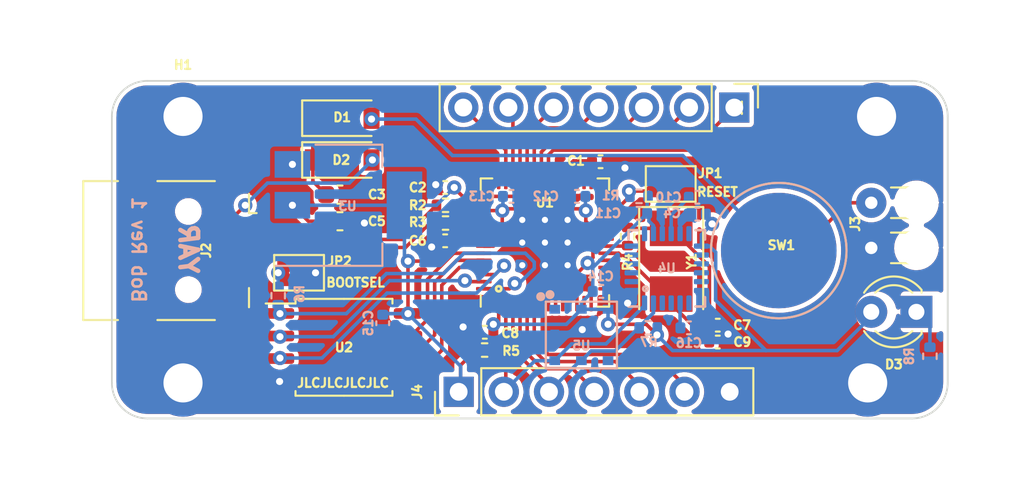
<source format=kicad_pcb>
(kicad_pcb (version 20211014) (generator pcbnew)
  (layers (0 "F.Cu" signal) (31 "B.Cu" signal) (34 "B.Paste" user) (35 "F.Paste" user) (36 "B.SilkS" user "B.Silkscreen") (37 "F.SilkS" user "F.Silkscreen") (38 "B.Mask" user) (39 "F.Mask" user) (44 "Edge.Cuts" user))
  (net 0 "")
  (net 1 "GND")
  (net 2 "XIN")
  (net 3 "+3V3")
  (net 4 "+1V1")
  (net 5 "VBUS")
  (net 6 "+BATT")
  (net 7 "Net-(JP2-Pad2)")
  (net 8 "Net-(U1-Pad46)")
  (net 9 "QSPI_SS")
  (net 10 "XOUT")
  (net 11 "QSPI_SD1")
  (net 12 "QSPI_SD2")
  (net 13 "QSPI_SD0")
  (net 14 "QSPI_SCLK")
  (net 15 "QSPI_SD3")
  (net 16 "I2C_SDA")
  (net 17 "I2C_SCL")
  (net 18 "GPIO2")
  (net 19 "GPIO3")
  (net 31 "SWCLK")
  (net 32 "SWD")
  (net 40 "USB_D+")
  (net 41 "USB_D-")
  (net 42 "Net-(D3-Pad1)")
  (net 43 "GPIO4")
  (net 44 "GPIO23")
  (net 45 "GPIO24")
  (net 46 "GPIO25")
  (net 47 "GPIO26")
  (net 48 "GPIO27")
  (net 49 "GPIO28")
  (net 50 "GPIO29")
  (net 51 "Net-(JP1-Pad2)")
  (net 52 "Net-(D2-Pad1)")
  (net 53 "Net-(C7-Pad2)")
  (net 54 "Net-(C10-Pad1)")
  (net 55 "Net-(C16-Pad1)")
  (net 57 "Net-(J3-Pad2)")
  (net 58 "Net-(R3-Pad1)")
  (footprint "Connector:Screw_Switch_M3" (layer "F.Cu") (at 65.5 36.05)
    (fp_text reference "SW1")
    (fp_text value "Screw Switch")
  )
  (footprint "Connector_PinHeader_2.54mm:PinHeader_1x07_P2.54mm_Vertical" (layer "F.Cu") (at 63 28 -90)
    (fp_text reference "J1")
    (fp_text value "GPIO (Optional)")
  )
  (footprint "MountingHole:MountingHole_2.2mm_M2_DIN965_Pad" (layer "F.Cu") (at 71 28.5)
    (fp_text reference "H2")
    (fp_text value "MountingHole_Pad")
  )
  (footprint "Capacitor_SMD:C_0402_1005Metric" (layer "F.Cu") (at 62.07 41.2 180)
    (fp_text reference "C9")
    (fp_text value "27p")
  )
  (footprint "MountingHole:MountingHole_2.2mm_M2_DIN965_Pad" (layer "F.Cu") (at 70.5 43.5)
    (fp_text reference "H4")
    (fp_text value "MountingHole_Pad")
  )
  (footprint "Capacitor_SMD:C_0603_1608Metric" (layer "F.Cu") (at 40.825 32.9)
    (fp_text reference "C3")
    (fp_text value "10u")
  )
  (footprint "MountingHole:MountingHole_2.2mm_M2_DIN965_Pad" (layer "F.Cu") (at 32 28.5)
    (fp_text reference "H1")
    (fp_text value "MountingHole_Pad")
  )
  (footprint "Connector_Wire:Compact_Relief" (layer "F.Cu") (at 70.700836 35.9 90)
    (fp_text reference "J3")
    (fp_text value "Battery Connector")
  )
  (footprint "Capacitor_SMD:C_0402_1005Metric" (layer "F.Cu") (at 55.48 31.05)
    (fp_text reference "C1")
    (fp_text value "100n")
  )
  (footprint "Diode_SMD:D_SOD-123" (layer "F.Cu") (at 40.95 28.6)
    (fp_text reference "D1")
    (fp_text value "1N4007")
  )
  (footprint "Crystal:Crystal_SMD_5032-2Pin_5.0x3.2mm" (layer "F.Cu") (at 59.450836 36.65 -90)
    (fp_text reference "Y1")
    (fp_text value "12MHz")
  )
  (footprint "LED_THT:LED_D3.0mm" (layer "F.Cu") (at 73.24 39.5 180)
    (fp_text reference "D3")
    (fp_text value "RED")
  )
  (footprint "Capacitor_SMD:C_0402_1005Metric" (layer "F.Cu") (at 46.740836 32.5 180)
    (fp_text reference "C2")
    (fp_text value "1u")
  )
  (footprint "Capacitor_SMD:C_0402_1005Metric" (layer "F.Cu") (at 46.740836 35.5 180)
    (fp_text reference "C6")
    (fp_text value "100n")
  )
  (footprint "MountingHole:MountingHole_2.2mm_M2_DIN965_Pad" (layer "F.Cu") (at 32 43.5)
    (fp_text reference "H3")
    (fp_text value "MountingHole_Pad")
  )
  (footprint "Resistor_SMD:R_0402_1005Metric" (layer "F.Cu") (at 46.760836 34.5 180)
    (fp_text reference "R3")
    (fp_text value "27")
  )
  (footprint "Capacitor_SMD:C_0402_1005Metric" (layer "F.Cu") (at 48.970836 40.65 180)
    (fp_text reference "C8")
    (fp_text value "100n")
  )
  (footprint "Resistor_SMD:R_0402_1005Metric" (layer "F.Cu") (at 57.000836 35.26 -90)
    (fp_text reference "R4")
    (fp_text value "1k")
  )
  (footprint "Resistor_SMD:R_0402_1005Metric" (layer "F.Cu") (at 48.96 41.65 180)
    (fp_text reference "R5")
    (fp_text value "4k7")
  )
  (footprint "Connector_PinHeader_2.54mm:PinHeader_1x07_P2.54mm_Vertical" (layer "F.Cu") (at 47.5 44 90)
    (fp_text reference "J4")
    (fp_text value "GPIO (Optional)")
  )
  (footprint "RP2040_minimal:RP2040-QFN-56" (layer "F.Cu") (at 52.350836 35.6 90)
    (fp_text reference "U1")
    (fp_text value "RP2040")
  )
  (footprint "Capacitor_SMD:C_0402_1005Metric" (layer "F.Cu") (at 62.07 40.25 180)
    (fp_text reference "C7")
    (fp_text value "27p")
  )
  (footprint "Resistor_SMD:R_0402_1005Metric" (layer "F.Cu") (at 46.760836 33.5 180)
    (fp_text reference "R2")
    (fp_text value "27")
  )
  (footprint "Jumper:SolderJumper-2_P1.3mm_Open_TrianglePad1.0x1.5mm" (layer "F.Cu") (at 38.525836 37.3 180)
    (fp_text reference "JP2")
    (fp_text value "BOOTSEL")
  )
  (footprint "Jumper:SolderJumper-2_P1.3mm_Open_TrianglePad1.0x1.5mm" (layer "F.Cu") (at 59.425 32.3 180)
    (fp_text reference "JP1")
    (fp_text value "RESET")
  )
  (footprint "Package_SO:SOIC-8_5.23x5.23mm_P1.27mm" (layer "F.Cu") (at 41.050836 41.495)
    (fp_text reference "U2")
    (fp_text value "W25Q64JVSS")
  )
  (footprint "Diode_SMD:D_SOD-123" (layer "F.Cu") (at 40.95 30.95)
    (fp_text reference "D2")
    (fp_text value "1N4007")
  )
  (footprint "Connector_USB:USB_Mini-B_Lumberg_2486_01_Horizontal" (layer "F.Cu") (at 32.3 36.05 -90)
    (fp_text reference "J2")
    (fp_text value "Mini USB Female")
  )
  (footprint "Capacitor_SMD:C_0603_1608Metric" (layer "F.Cu") (at 40.825 34.4)
    (fp_text reference "C5")
    (fp_text value "10u")
  )
  (footprint "Resistor_SMD:R_0402_1005Metric" (layer "B.Cu") (at 57.64 33 180)
    (fp_text reference "R1")
    (fp_text value "1k")
  )
  (footprint "Capacitor_SMD:C_0402_1005Metric" (layer "B.Cu") (at 60.45 40.4)
    (fp_text reference "C16")
    (fp_text value "1u")
  )
  (footprint "Silicon-Custom:BMP180" (layer "B.Cu") (at 54.400836 40.8022 180)
    (fp_text reference "U5")
    (fp_text value "BMP180" hide)
  )
  (footprint "Capacitor_SMD:C_0402_1005Metric" (layer "B.Cu") (at 43.23 40.14 -90)
    (fp_text reference "C15")
    (fp_text value "100n")
  )
  (footprint "Capacitor_SMD:C_0402_1005Metric" (layer "B.Cu") (at 57.620836 33.95 180)
    (fp_text reference "C11")
    (fp_text value "100n")
  )
  (footprint "Capacitor_SMD:C_0402_1005Metric" (layer "B.Cu") (at 54.15 33 180)
    (fp_text reference "C12")
    (fp_text value "100n")
  )
  (footprint "Capacitor_SMD:C_0402_1005Metric" (layer "B.Cu") (at 60.92 34 180)
    (fp_text reference "C4")
    (fp_text value "100n")
  )
  (footprint "Resistor_SMD:R_0402_1005Metric" (layer "B.Cu") (at 58.16 40.4)
    (fp_text reference "R7")
    (fp_text value "4k7")
  )
  (footprint "Package_TO_SOT_SMD:SOT-223-3_TabPin2" (layer "B.Cu") (at 41.300836 33.5)
    (fp_text reference "U3")
    (fp_text value "NCP1117-3.3_SOT223")
  )
  (footprint "Resistor_SMD:R_0402_1005Metric" (layer "B.Cu") (at 74 42 -90)
    (fp_text reference "R8")
    (fp_text value "1k")
  )
  (footprint "Resistor_SMD:R_0402_1005Metric" (layer "B.Cu") (at 37.350836 38.59 -90)
    (fp_text reference "R6")
    (fp_text value "1k")
  )
  (footprint "Logos:YAR_Logo_Small" (layer "B.Cu") (at 32.3 36.05 90)
    (fp_text reference "YAR")
    (fp_text value "LOGO" hide)
  )
  (footprint "Capacitor_SMD:C_0402_1005Metric" (layer "B.Cu") (at 60.92 33.05)
    (fp_text reference "C10")
    (fp_text value "100n")
  )
  (footprint "Capacitor_SMD:C_0402_1005Metric" (layer "B.Cu") (at 50.47 33)
    (fp_text reference "C13")
    (fp_text value "1u")
  )
  (footprint "Capacitor_SMD:C_0402_1005Metric" (layer "B.Cu") (at 55.52 38.35)
    (fp_text reference "C14")
    (fp_text value "100n")
  )
  (footprint "Sensor_Motion:InvenSense_QFN-24_4x4mm_P0.5mm" (layer "B.Cu") (at 59.200836 37.05)
    (fp_text reference "U4")
    (fp_text value "MPU-6050")
  )
  (gr_circle (center 58 38.2) (end 58.05 38.2) (layer "B.SilkS") (width 0.15) (fill none))
  (gr_circle (center 49.75 38.2) (end 49.8 38.15) (layer "F.SilkS") (width 0.15) (fill none))
  (gr_arc (start 73 26.5) (mid 74.414214 27.085786) (end 75 28.5) (layer "Edge.Cuts") (width 0.1))
  (gr_line (start 73 45.5) (end 30 45.5) (layer "Edge.Cuts") (width 0.1))
  (gr_arc (start 28 28.5) (mid 28.585786 27.085786) (end 30 26.5) (layer "Edge.Cuts") (width 0.1))
  (gr_arc (start 30 45.5) (mid 28.585786 44.914214) (end 28 43.5) (layer "Edge.Cuts") (width 0.1))
  (gr_line (start 28 43.5) (end 28 28.5) (layer "Edge.Cuts") (width 0.1))
  (gr_line (start 30 26.5) (end 73 26.5) (layer "Edge.Cuts") (width 0.1))
  (gr_arc (start 75 43.5) (mid 74.414214 44.914214) (end 73 45.5) (layer "Edge.Cuts") (width 0.1))
  (gr_line (start 75 28.5) (end 75 43.5) (layer "Edge.Cuts") (width 0.1))
  (gr_text "Bob Rev 1" (at 29.5 36 270) (layer "B.SilkS") (effects (font (size 0.75 0.75)) (justify mirror)))
  (gr_text "JLCJLCJLCJLC" (at 41 43.5) (layer "F.SilkS") (effects (font (size 0.5 0.5) (thickness 0.125))))
  (gr_text "RESET" (at 62.05 32.75) (layer "F.SilkS") (effects (font (size 0.5 0.5) (thickness 0.125))))
  (gr_text "BOOTSEL" (at 41.7 37.85) (layer "F.SilkS") (effects (font (size 0.5 0.5) (thickness 0.125))))
  (segment (start 56.331326 36.6) (end 57 37.268674) (width 0.2) (layer "F.Cu") (net 1))
  (segment (start 57.79048 39.80048) (end 59.051316 39.80048) (width 0.2) (layer "F.Cu") (net 1))
  (segment (start 57 37.268674) (end 57 39.01) (width 0.2) (layer "F.Cu") (net 1))
  (segment (start 55.788336 36.6) (end 56.331326 36.6) (width 0.2) (layer "F.Cu") (net 1))
  (segment (start 57 39.01) (end 57.79048 39.80048) (width 0.2) (layer "F.Cu") (net 1))
  (via (at 47.75 40.35) (size 0.8) (drill 0.4) (layers "F.Cu" "B.Cu") (net 1))
  (via (at 62.65 40.75) (size 0.8) (drill 0.4) (layers "F.Cu" "B.Cu") (net 1))
  (via (at 42.2 34.5) (size 0.8) (drill 0.4) (layers "F.Cu" "B.Cu") (net 1))
  (via (at 39.450836 37.3) (size 0.8) (drill 0.4) (layers "F.Cu" "B.Cu") (net 1))
  (via (at 54.45 40.5) (size 0.8) (drill 0.4) (layers "F.Cu" "B.Cu") (net 1))
  (via (at 45.98 35.85) (size 0.8) (drill 0.4) (layers "F.Cu" "B.Cu") (net 1))
  (via (at 56.85 31.4) (size 0.8) (drill 0.4) (layers "F.Cu" "B.Cu") (net 1))
  (via (at 37.43 43.42) (size 0.8) (drill 0.4) (layers "F.Cu" "B.Cu") (net 1))
  (via (at 57 39.01) (size 0.8) (drill 0.4) (layers "F.Cu" "B.Cu") (net 1))
  (via (at 46.21 32.34) (size 0.8) (drill 0.4) (layers "F.Cu" "B.Cu") (net 1))
  (segment (start 60.44 34) (end 60.45 34) (width 0.2) (layer "B.Cu") (net 1))
  (segment (start 60.44 34.156185) (end 59.950836 34.645349) (width 0.2) (layer "B.Cu") (net 1))
  (segment (start 61.150836 40.265426) (end 61.150836 38.3) (width 0.2) (layer "B.Cu") (net 1))
  (segment (start 57.250836 38.3) (end 57.250836 38.759164) (width 0.2) (layer "B.Cu") (net 1))
  (segment (start 60.45 34) (end 61.4 33.05) (width 0.2) (layer "B.Cu") (net 1))
  (segment (start 59.950836 34.645349) (end 59.950836 35.1) (width 0.2) (layer "B.Cu") (net 1))
  (segment (start 57.250836 38.759164) (end 57 39.01) (width 0.2) (layer "B.Cu") (net 1))
  (segment (start 55.788336 36.2) (end 56.496332 36.2) (width 0.2) (layer "F.Cu") (net 2))
  (segment (start 56.635852 36.33952) (end 56.83952 36.33952) (width 0.2) (layer "F.Cu") (net 2))
  (segment (start 61.59 41.2) (end 59.450836 39.060836) (width 0.2) (layer "F.Cu") (net 2))
  (segment (start 59 38.5) (end 59.450836 38.5) (width 0.2) (layer "F.Cu") (net 2))
  (segment (start 56.83952 36.33952) (end 59 38.5) (width 0.2) (layer "F.Cu") (net 2))
  (segment (start 59.450836 39.060836) (end 59.450836 38.5) (width 0.2) (layer "F.Cu") (net 2))
  (segment (start 56.496332 36.2) (end 56.635852 36.33952) (width 0.2) (layer "F.Cu") (net 2))
  (segment (start 39.050836 34.4) (end 38.150836 33.5) (width 0.2) (layer "F.Cu") (net 3))
  (segment (start 53.351316 32.693815) (end 53.351316 32.05) (width 0.2) (layer "F.Cu") (net 3))
  (segment (start 53.045131 33) (end 53.351316 32.693815) (width 0.2) (layer "F.Cu") (net 3))
  (segment (start 53.351316 32.05) (end 53.350836 32.05048) (width 0.2) (layer "F.Cu") (net 3))
  (segment (start 46.20963 36.645352) (end 47.054021 35.800961) (width 0.2) (layer "F.Cu") (net 3))
  (segment (start 53.350836 38.149164) (end 54.75 36.75) (width 0.2) (layer "F.Cu") (net 3))
  (segment (start 44.650836 36.646188) (end 44.650836 39.59) (width 0.2) (layer "F.Cu") (net 3))
  (segment (start 44.65 36.645352) (end 44.650836 36.646188) (width 0.2) (layer "F.Cu") (net 3))
  (segment (start 47.054021 35.800961) (end 47.220836 35.800961) (width 0.2) (layer "F.Cu") (net 3))
  (segment (start 47.610836 42.5) (end 47.610836 43.9) (width 0.2) (layer "F.Cu") (net 3))
  (segment (start 58.050836 40.2) (end 55.900836 40.2) (width 0.2) (layer "F.Cu") (net 3))
  (segment (start 48.913336 33) (end 47.720836 33) (width 0.2) (layer "F.Cu") (net 3))
  (segment (start 47.220836 35.800961) (end 47.220836 35.5) (width 0.2) (layer "F.Cu") (net 3))
  (segment (start 53.350836 31.599164) (end 53.95 31) (width 0.2) (layer "F.Cu") (net 3))
  (segment (start 48.913336 33) (end 53.045131 33) (width 0.2) (layer "F.Cu") (net 3))
  (segment (start 55.256541 35.4) (end 55.788336 35.4) (width 0.2) (layer "F.Cu") (net 3))
  (segment (start 48.913336 33.4) (end 48.913336 33) (width 0.2) (layer "F.Cu") (net 3))
  (segment (start 53.350836 32.1625) (end 53.350836 31.599164) (width 0.2) (layer "F.Cu") (net 3))
  (segment (start 49.450836 40.66) (end 47.610836 42.5) (width 0.2) (layer "F.Cu") (net 3))
  (segment (start 49.750836 32.1625) (end 49.332086 32.58125) (width 0.2) (layer "F.Cu") (net 3))
  (segment (start 53.95 31) (end 55 31) (width 0.2) (layer "F.Cu") (net 3))
  (segment (start 48.913336 35.4) (end 48.913336 35) (width 0.2) (layer "F.Cu") (net 3))
  (segment (start 49.332086 32.58125) (end 48.913336 33) (width 0.2) (layer "F.Cu") (net 3))
  (segment (start 53.350836 32.05048) (end 53.350836 32.1625) (width 0.2) (layer "F.Cu") (net 3))
  (segment (start 58.650836 40.8) (end 58.050836 40.2) (width 0.2) (layer "F.Cu") (net 3))
  (segment (start 48.913336 35.4) (end 47.520836 35.4) (width 0.2) (layer "F.Cu") (net 3))
  (segment (start 49.450836 40.2) (end 49.450836 40.66) (width 0.2) (layer "F.Cu") (net 3))
  (segment (start 54.75 36.75) (end 54.75 36.740067) (width 0.2) (layer "F.Cu") (net 3))
  (segment (start 40.05 34.4) (end 39.050836 34.4) (width 0.2) (layer "F.Cu") (net 3))
  (segment (start 55.051316 35.605225) (end 55.256541 35.4) (width 0.2) (layer "F.Cu") (net 3))
  (segment (start 54.75 36.740067) (end 55.051316 36.438751) (width 0.2) (layer "F.Cu") (net 3))
  (segment (start 55.051316 36.438751) (end 55.051316 35.605225) (width 0.2) (layer "F.Cu") (net 3))
  (segment (start 44.65 36.645352) (end 46.20963 36.645352) (width 0.2) (layer "F.Cu") (net 3))
  (segment (start 49.750836 39.0375) (end 49.750836 40.2) (width 0.2) (layer "F.Cu") (net 3))
  (segment (start 47.720836 33) (end 47.220836 32.5) (width 0.2) (layer "F.Cu") (net 3))
  (segment (start 53.350836 39.0375) (end 53.350836 38.149164) (width 0.2) (layer "F.Cu") (net 3))
  (via (at 54.75 36.75) (size 0.8) (drill 0.4) (layers "F.Cu" "B.Cu") (net 3))
  (via (at 58.650836 40.8) (size 0.8) (drill 0.4) (layers "F.Cu" "B.Cu") (net 3))
  (via (at 61.75 34.55) (size 0.8) (drill 0.4) (layers "F.Cu" "B.Cu") (net 3))
  (via (at 44.65 36.645352) (size 0.8) (drill 0.4) (layers "F.Cu" "B.Cu") (net 3))
  (via (at 44.650836 39.6) (size 0.8) (drill 0.4) (layers "F.Cu" "B.Cu") (net 3))
  (via (at 38.150836 33.5) (size 0.8) (drill 0.4) (layers "F.Cu" "B.Cu") (net 3))
  (via (at 49.450836 40.2) (size 0.8) (drill 0.4) (layers "F.Cu" "B.Cu") (net 3))
  (via (at 55.900836 40.2) (size 0.8) (drill 0.4) (layers "F.Cu" "B.Cu") (net 3))
  (via (at 47.250836 32.5) (size 0.8) (drill 0.4) (layers "F.Cu" "B.Cu") (net 3))
  (segment (start 58.450836 34.645349) (end 58.450836 35.1) (width 0.2) (layer "B.Cu") (net 3))
  (segment (start 47.610836 43.9) (end 47.610836 42.56) (width 0.2) (layer "B.Cu") (net 3))
  (segment (start 61.605487 35.8) (end 61.150836 35.8) (width 0.2) (layer "B.Cu") (net 3))
  (segment (start 61.4 34) (end 61.4 34.2) (width 0.2) (layer "B.Cu") (net 3))
  (segment (start 61.950489 36.145002) (end 61.605487 35.8) (width 0.2) (layer "B.Cu") (net 3))
  (segment (start 58.100836 33.049164) (end 58.15 33) (width 0.2) (layer "B.Cu") (net 3))
  (segment (start 55.899436 40.1986) (end 55.900836 40.2) (width 0.2) (layer "B.Cu") (net 3))
  (segment (start 54.400836 39.3544) (end 55.899436 39.3544) (width 0.2) (layer "B.Cu") (net 3))
  (segment (start 61.950489 36.145002) (end 61.950489 38.749511) (width 0.2) (layer "B.Cu") (net 3))
  (segment (start 61.950489 38.749511) (end 61.950489 38.850489) (width 0.2) (layer "B.Cu") (net 3))
  (segment (start 55.04 37.010836) (end 55.010836 37.010836) (width 0.2) (layer "B.Cu") (net 3))
  (segment (start 53.555236 40.2) (end 54.400836 39.3544) (width 0.2) (layer "B.Cu") (net 3))
  (segment (start 49.450836 40.2) (end 53.555236 40.2) (width 0.2) (layer "B.Cu") (net 3))
  (segment (start 55.010836 37.010836) (end 54.75 36.75) (width 0.2) (layer "B.Cu") (net 3))
  (segment (start 54.400836 38.989164) (end 55.04 38.35) (width 0.2) (layer "B.Cu") (net 3))
  (segment (start 58.200836 34.05) (end 58.200836 34.395349) (width 0.2) (layer "B.Cu") (net 3))
  (segment (start 44.65 36.645352) (end 44.450836 36.446188) (width 0.2) (layer "B.Cu") (net 3))
  (segment (start 38.150836 33.5) (end 44.450836 33.5) (width 0.2) (layer "B.Cu") (net 3))
  (segment (start 64.77952 41.67952) (end 61.82048 41.67952) (width 0.2) (layer "B.Cu") (net 3))
  (segment (start 55.04 38.35) (end 55.04 37.010836) (width 0.2) (layer "B.Cu") (net 3))
  (segment (start 55.04 37.010836) (end 58.100836 33.95) (width 0.2) (layer "B.Cu") (net 3))
  (segment (start 46.250836 33.5) (end 47.250836 32.5) (width 0.2) (layer "B.Cu") (net 3))
  (segment (start 61.150836 35.149164) (end 61.75 34.55) (width 0.2) (layer "B.Cu") (net 3))
  (segment (start 58.100836 33.95) (end 58.100836 33.049164) (width 0.2) (layer "B.Cu") (net 3))
  (segment (start 61.950489 38.850489) (end 64.77952 41.67952) (width 0.2) (layer "B.Cu") (net 3))
  (segment (start 58.200836 34.395349) (end 58.450836 34.645349) (width 0.2) (layer "B.Cu") (net 3))
  (segment (start 47.610836 42.56) (end 44.650836 39.6) (width 0.2) (layer "B.Cu") (net 3))
  (segment (start 55.899436 39.3544) (end 55.899436 40.1986) (width 0.2) (layer "B.Cu") (net 3))
  (segment (start 68.78048 41.67952) (end 64.77952 41.67952) (width 0.2) (layer "B.Cu") (net 3))
  (segment (start 59.530356 41.67952) (end 58.650836 40.8) (width 0.2) (layer "B.Cu") (net 3))
  (segment (start 44.450836 36.446188) (end 44.450836 33.5) (width 0.2) (layer "B.Cu") (net 3))
  (segment (start 54.400836 39.3544) (end 54.400836 38.989164) (width 0.2) (layer "B.Cu") (net 3))
  (segment (start 61.150836 35.8) (end 61.150836 35.149164) (width 0.2) (layer "B.Cu") (net 3))
  (segment (start 70.96 39.5) (end 68.78048 41.67952) (width 0.2) (layer "B.Cu") (net 3))
  (segment (start 44.650836 39.6) (end 43.250836 39.6) (width 0.2) (layer "B.Cu") (net 3))
  (segment (start 44.450836 33.5) (end 46.250836 33.5) (width 0.2) (layer "B.Cu") (net 3))
  (segment (start 61.82048 41.67952) (end 59.530356 41.67952) (width 0.2) (layer "B.Cu") (net 3))
  (segment (start 61.4 34.2) (end 61.75 34.55) (width 0.2) (layer "B.Cu") (net 3))
  (segment (start 54.551316 33.70048) (end 50.050356 33.70048) (width 0.2) (layer "F.Cu") (net 4))
  (segment (start 49.950836 33.8) (end 49.950836 35.3) (width 0.2) (layer "F.Cu") (net 4))
  (segment (start 55.250836 35) (end 55.788336 35) (width 0.2) (layer "F.Cu") (net 4))
  (segment (start 48.913336 33.8) (end 49.950836 33.8) (width 0.2) (layer "F.Cu") (net 4))
  (segment (start 49.450836 35.8) (end 48.913336 35.8) (width 0.2) (layer "F.Cu") (net 4))
  (segment (start 54.650836 33.8) (end 54.551316 33.70048) (width 0.2) (layer "F.Cu") (net 4))
  (segment (start 54.650836 33.8) (end 54.650836 34.4) (width 0.2) (layer "F.Cu") (net 4))
  (segment (start 49.950836 35.3) (end 49.450836 35.8) (width 0.2) (layer "F.Cu") (net 4))
  (segment (start 50.050356 33.70048) (end 49.950836 33.8) (width 0.2) (layer "F.Cu") (net 4))
  (segment (start 54.650836 34.4) (end 55.250836 35) (width 0.2) (layer "F.Cu") (net 4))
  (via (at 49.950836 33.8) (size 0.8) (drill 0.4) (layers "F.Cu" "B.Cu") (net 4))
  (via (at 54.650836 33.8) (size 0.8) (drill 0.4) (layers "F.Cu" "B.Cu") (net 4))
  (segment (start 54.63 33.779164) (end 54.650836 33.8) (width 0.2) (layer "B.Cu") (net 4))
  (segment (start 49.99 33.760836) (end 49.950836 33.8) (width 0.2) (layer "B.Cu") (net 4))
  (segment (start 54.63 33) (end 54.63 33.779164) (width 0.2) (layer "B.Cu") (net 4))
  (segment (start 49.99 33) (end 49.99 33.760836) (width 0.2) (layer "B.Cu") (net 4))
  (segment (start 35 34.45) (end 35 34) (width 0.2) (layer "F.Cu") (net 5))
  (segment (start 35 34) (end 35.5 33.5) (width 0.2) (layer "F.Cu") (net 5))
  (via (at 42.65 30.95) (size 0.8) (drill 0.4) (layers "F.Cu" "B.Cu") (net 5))
  (via (at 35.5 33.5) (size 0.8) (drill 0.4) (layers "F.Cu" "B.Cu") (net 5))
  (segment (start 41.350489 32.249511) (end 42.65 30.95) (width 0.2) (layer "B.Cu") (net 5))
  (segment (start 35.5 33.5) (end 36.750489 32.249511) (width 0.2) (layer "B.Cu") (net 5))
  (segment (start 36.750489 32.249511) (end 41.350489 32.249511) (width 0.2) (layer "B.Cu") (net 5))
  (via (at 42.6 28.65) (size 0.8) (drill 0.4) (layers "F.Cu" "B.Cu") (net 6))
  (segment (start 60.100836 30.7) (end 47.15 30.7) (width 0.2) (layer "B.Cu") (net 6))
  (segment (start 47.15 30.7) (end 45.1 28.65) (width 0.2) (layer "B.Cu") (net 6))
  (segment (start 45.1 28.65) (end 42.6 28.65) (width 0.2) (layer "B.Cu") (net 6))
  (segment (start 64.31625 34.915414) (end 60.100836 30.7) (width 0.2) (layer "B.Cu") (net 6))
  (segment (start 64.31625 35.465414) (end 64.31625 34.915414) (width 0.2) (layer "B.Cu") (net 6))
  (via (at 37.350836 37.3) (size 0.8) (drill 0.4) (layers "F.Cu" "B.Cu") (net 7))
  (segment (start 37.350836 37.3) (end 37.350836 38.08) (width 0.2) (layer "B.Cu") (net 7))
  (segment (start 47.970836 34.2) (end 47.270836 33.5) (width 0.2) (layer "F.Cu") (net 8))
  (segment (start 48.913336 34.2) (end 47.970836 34.2) (width 0.2) (layer "F.Cu") (net 8))
  (segment (start 50.650836 37.9) (end 50.350836 38.2) (width 0.2) (layer "F.Cu") (net 9))
  (segment (start 50.350836 38.2) (end 48.913336 38.2) (width 0.2) (layer "F.Cu") (net 9))
  (via (at 50.650836 37.9) (size 0.8) (drill 0.4) (layers "F.Cu" "B.Cu") (net 9))
  (via (at 37.450836 39.6) (size 0.8) (drill 0.4) (layers "F.Cu" "B.Cu") (net 9))
  (segment (start 50.898674 37.9) (end 50.650836 37.9) (width 0.2) (layer "B.Cu") (net 9))
  (segment (start 41.18583 39.6) (end 43.440978 37.344852) (width 0.2) (layer "B.Cu") (net 9))
  (segment (start 37.450836 39.6) (end 37.450836 39.2) (width 0.2) (layer "B.Cu") (net 9))
  (segment (start 37.450836 39.2) (end 37.350836 39.1) (width 0.2) (layer "B.Cu") (net 9))
  (segment (start 51.249163 36.200489) (end 51.750836 36.702162) (width 0.2) (layer "B.Cu") (net 9))
  (segment (start 47.795199 36.200489) (end 51.249163 36.200489) (width 0.2) (layer "B.Cu") (net 9))
  (segment (start 51.750836 36.702162) (end 51.750836 37.047838) (width 0.2) (layer "B.Cu") (net 9))
  (segment (start 37.450836 39.6) (end 41.18583 39.6) (width 0.2) (layer "B.Cu") (net 9))
  (segment (start 43.440978 37.344852) (end 46.650836 37.344852) (width 0.2) (layer "B.Cu") (net 9))
  (segment (start 46.650836 37.344852) (end 47.795199 36.200489) (width 0.2) (layer "B.Cu") (net 9))
  (segment (start 51.750836 37.047838) (end 50.898674 37.9) (width 0.2) (layer "B.Cu") (net 9))
  (segment (start 55.788336 35.8) (end 57.000836 35.8) (width 0.2) (layer "F.Cu") (net 10))
  (segment (start 47.905617 37.8) (end 48.913336 37.8) (width 0.2) (layer "F.Cu") (net 11))
  (segment (start 47.85 37.744383) (end 47.905617 37.8) (width 0.2) (layer "F.Cu") (net 11))
  (via (at 37.450836 40.9) (size 0.8) (drill 0.4) (layers "F.Cu" "B.Cu") (net 11))
  (via (at 47.85 37.744383) (size 0.8) (drill 0.4) (layers "F.Cu" "B.Cu") (net 11))
  (segment (start 43.606464 37.744372) (end 40.450836 40.9) (width 0.2) (layer "B.Cu") (net 11))
  (segment (start 47.849989 37.744372) (end 43.606464 37.744372) (width 0.2) (layer "B.Cu") (net 11))
  (segment (start 47.85 37.744383) (end 47.849989 37.744372) (width 0.2) (layer "B.Cu") (net 11))
  (segment (start 40.450836 40.9) (end 37.450836 40.9) (width 0.2) (layer "B.Cu") (net 11))
  (segment (start 49.550836 37.4) (end 50.050836 36.9) (width 0.2) (layer "F.Cu") (net 12))
  (segment (start 48.913336 37.4) (end 49.550836 37.4) (width 0.2) (layer "F.Cu") (net 12))
  (via (at 37.450836 42.1) (size 0.8) (drill 0.4) (layers "F.Cu" "B.Cu") (net 12))
  (via (at 50.050836 36.9) (size 0.8) (drill 0.4) (layers "F.Cu" "B.Cu") (net 12))
  (segment (start 48.506953 38.443883) (end 43.471959 38.443883) (width 0.2) (layer "B.Cu") (net 12))
  (segment (start 50.050836 36.9) (end 48.506953 38.443883) (width 0.2) (layer "B.Cu") (net 12))
  (segment (start 39.815842 42.1) (end 37.450836 42.1) (width 0.2) (layer "B.Cu") (net 12))
  (segment (start 43.471959 38.443883) (end 39.815842 42.1) (width 0.2) (layer "B.Cu") (net 12))
  (segment (start 46.549876 41.666677) (end 46.549876 38.000124) (width 0.2) (layer "F.Cu") (net 13))
  (segment (start 44.816553 43.4) (end 46.549876 41.666677) (width 0.2) (layer "F.Cu") (net 13))
  (segment (start 44.650836 43.4) (end 44.816553 43.4) (width 0.2) (layer "F.Cu") (net 13))
  (segment (start 46.549876 38.000124) (end 47.55 37) (width 0.2) (layer "F.Cu") (net 13))
  (segment (start 47.55 37) (end 48.913336 37) (width 0.2) (layer "F.Cu") (net 13))
  (segment (start 47.384994 36.6) (end 48.913336 36.6) (width 0.2) (layer "F.Cu") (net 14))
  (segment (start 46.150357 37.834637) (end 47.384994 36.6) (width 0.2) (layer "F.Cu") (net 14))
  (segment (start 44.650836 42.13) (end 44.816553 42.13) (width 0.2) (layer "F.Cu") (net 14))
  (segment (start 46.150356 40.796197) (end 46.150357 37.834637) (width 0.2) (layer "F.Cu") (net 14))
  (segment (start 44.816553 42.13) (end 46.150356 40.796197) (width 0.2) (layer "F.Cu") (net 14))
  (segment (start 45.750836 37.669152) (end 45.750836 39.925717) (width 0.2) (layer "F.Cu") (net 15))
  (segment (start 48.913336 36.2) (end 48.912855 36.200481) (width 0.2) (layer "F.Cu") (net 15))
  (segment (start 48.912855 36.200481) (end 47.219508 36.20048) (width 0.2) (layer "F.Cu") (net 15))
  (segment (start 44.816553 40.86) (end 44.650836 40.86) (width 0.2) (layer "F.Cu") (net 15))
  (segment (start 47.219508 36.20048) (end 45.750836 37.669152) (width 0.2) (layer "F.Cu") (net 15))
  (segment (start 45.750836 39.925717) (end 44.816553 40.86) (width 0.2) (layer "F.Cu") (net 15))
  (segment (start 50.150836 43.889164) (end 50.04 44) (width 0.2) (layer "F.Cu") (net 16))
  (segment (start 50.150836 39.0375) (end 50.150836 43.889164) (width 0.2) (layer "F.Cu") (net 16))
  (segment (start 57.950836 39) (end 57.950836 39.139259) (width 0.2) (layer "B.Cu") (net 16))
  (segment (start 52.902236 42.25) (end 51.79 42.25) (width 0.2) (layer "B.Cu") (net 16))
  (segment (start 57.950836 39.139259) (end 55.788046 41.302049) (width 0.2) (layer "B.Cu") (net 16))
  (segment (start 51.79 42.25) (end 50.04 44) (width 0.2) (layer "B.Cu") (net 16))
  (segment (start 53.850187 41.302049) (end 52.902236 42.25) (width 0.2) (layer "B.Cu") (net 16))
  (segment (start 55.788046 41.302049) (end 53.850187 41.302049) (width 0.2) (layer "B.Cu") (net 16))
  (segment (start 50.550836 40.2) (end 50.550836 41.605006) (width 0.2) (layer "F.Cu") (net 17))
  (segment (start 50.550836 39.0375) (end 50.550836 40.2) (width 0.2) (layer "F.Cu") (net 17))
  (segment (start 52.58 43.63417) (end 52.58 44) (width 0.2) (layer "F.Cu") (net 17))
  (segment (start 50.550836 41.605006) (end 52.58 43.63417) (width 0.2) (layer "F.Cu") (net 17))
  (segment (start 54.33 42.25) (end 52.58 44) (width 0.2) (layer "B.Cu") (net 17))
  (segment (start 54.400836 42.25) (end 54.33 42.25) (width 0.2) (layer "B.Cu") (net 17))
  (segment (start 58.450836 39.555611) (end 56.304878 41.701569) (width 0.2) (layer "B.Cu") (net 17))
  (segment (start 54.949267 41.701569) (end 54.400836 42.25) (width 0.2) (layer "B.Cu") (net 17))
  (segment (start 58.450836 39) (end 58.450836 39.555611) (width 0.2) (layer "B.Cu") (net 17))
  (segment (start 56.304878 41.701569) (end 54.949267 41.701569) (width 0.2) (layer "B.Cu") (net 17))
  (segment (start 50.950836 39.0375) (end 50.950836 40.194994) (width 0.2) (layer "F.Cu") (net 18))
  (segment (start 52.210356 42.69952) (end 50.950356 41.43952) (width 0.2) (layer "F.Cu") (net 18))
  (segment (start 53.90535 42.69952) (end 52.210356 42.69952) (width 0.2) (layer "F.Cu") (net 18))
  (segment (start 50.950356 41.43952) (end 50.950356 40.15) (width 0.2) (layer "F.Cu") (net 18))
  (segment (start 55.057853 43.852023) (end 53.90535 42.69952) (width 0.2) (layer "F.Cu") (net 18))
  (segment (start 51.349876 41) (end 51.349876 41.274034) (width 0.2) (layer "F.Cu") (net 19))
  (segment (start 51.349876 41.274034) (end 52.375842 42.3) (width 0.2) (layer "F.Cu") (net 19))
  (segment (start 56.32583 42.3) (end 57.877853 43.852023) (width 0.2) (layer "F.Cu") (net 19))
  (segment (start 52.375842 42.3) (end 56.32583 42.3) (width 0.2) (layer "F.Cu") (net 19))
  (segment (start 51.350836 39.0375) (end 51.350836 40.99904) (width 0.2) (layer "F.Cu") (net 19))
  (segment (start 51.350836 40.99904) (end 51.349876 41) (width 0.2) (layer "F.Cu") (net 19))
  (segment (start 36.675001 35.875) (end 44.512233 35.875) (width 0.2) (layer "F.Cu") (net 40))
  (segment (start 44.512233 35.875) (end 45.887233 34.5) (width 0.2) (layer "F.Cu") (net 40))
  (segment (start 45.887233 34.5) (end 46.250836 34.5) (width 0.2) (layer "F.Cu") (net 40))
  (segment (start 36.500001 36.05) (end 36.675001 35.875) (width 0.2) (layer "F.Cu") (net 40))
  (segment (start 35 36.05) (end 36.500001 36.05) (width 0.2) (layer "F.Cu") (net 40))
  (segment (start 36.675001 35.425) (end 44.325836 35.425) (width 0.2) (layer "F.Cu") (net 41))
  (segment (start 36.500001 35.25) (end 36.675001 35.425) (width 0.2) (layer "F.Cu") (net 41))
  (segment (start 35 35.25) (end 36.500001 35.25) (width 0.2) (layer "F.Cu") (net 41))
  (segment (start 44.325836 35.425) (end 46.250836 33.5) (width 0.2) (layer "F.Cu") (net 41))
  (segment (start 74 40.05) (end 74 41.49) (width 0.2) (layer "B.Cu") (net 42))
  (segment (start 51.750356 41.109508) (end 51.750356 39.865462) (width 0.2) (layer "F.Cu") (net 43))
  (segment (start 60.417853 43.852023) (end 58.46631 41.90048) (width 0.2) (layer "F.Cu") (net 43))
  (segment (start 51.750836 39.864982) (end 51.750836 39.0375) (width 0.2) (layer "F.Cu") (net 43))
  (segment (start 52.541328 41.90048) (end 51.750356 41.109508) (width 0.2) (layer "F.Cu") (net 43))
  (segment (start 51.750356 39.865462) (end 51.750836 39.864982) (width 0.2) (layer "F.Cu") (net 43))
  (segment (start 58.46631 41.90048) (end 52.541328 41.90048) (width 0.2) (layer "F.Cu") (net 43))
  (segment (start 52.550836 32.1625) (end 52.550836 30.66417) (width 0.2) (layer "F.Cu") (net 44))
  (segment (start 60.600961 30.399039) (end 63 28) (width 0.2) (layer "F.Cu") (net 44))
  (segment (start 52.815967 30.399039) (end 60.600961 30.399039) (width 0.2) (layer "F.Cu") (net 44))
  (segment (start 52.550836 30.66417) (end 52.815967 30.399039) (width 0.2) (layer "F.Cu") (net 44))
  (segment (start 52.150836 32.1625) (end 52.150836 30.499164) (width 0.2) (layer "F.Cu") (net 45))
  (segment (start 52.661294 29.988706) (end 52.75 29.988706) (width 0.2) (layer "F.Cu") (net 45))
  (segment (start 52.760813 29.999519) (end 58.460481 29.999519) (width 0.2) (layer "F.Cu") (net 45))
  (segment (start 52.75 29.988706) (end 52.760813 29.999519) (width 0.2) (layer "F.Cu") (net 45))
  (segment (start 58.460481 29.999519) (end 60.46 28) (width 0.2) (layer "F.Cu") (net 45))
  (segment (start 52.150836 30.499164) (end 52.661294 29.988706) (width 0.2) (layer "F.Cu") (net 45))
  (segment (start 51.750356 32.16202) (end 51.750356 30.328017) (width 0.2) (layer "F.Cu") (net 46))
  (segment (start 56.2 29.6) (end 56.32 29.6) (width 0.2) (layer "F.Cu") (net 46))
  (segment (start 56.189186 29.589186) (end 56.2 29.6) (width 0.2) (layer "F.Cu") (net 46))
  (segment (start 56.32 29.6) (end 57.92 28) (width 0.2) (layer "F.Cu") (net 46))
  (segment (start 51.750836 32.1625) (end 51.750356 32.16202) (width 0.2) (layer "F.Cu") (net 46))
  (segment (start 52.489187 29.589186) (end 56.189186 29.589186) (width 0.2) (layer "F.Cu") (net 46))
  (segment (start 51.750356 30.328017) (end 52.489187 29.589186) (width 0.2) (layer "F.Cu") (net 46))
  (segment (start 51.350836 30.162531) (end 52.363367 29.15) (width 0.2) (layer "F.Cu") (net 47))
  (segment (start 54.23 29.15) (end 55.38 28) (width 0.2) (layer "F.Cu") (net 47))
  (segment (start 52.363367 29.15) (end 54.23 29.15) (width 0.2) (layer "F.Cu") (net 47))
  (segment (start 51.350836 32.1625) (end 51.350836 30.162531) (width 0.2) (layer "F.Cu") (net 47))
  (segment (start 50.950836 32.1625) (end 50.950836 29.889164) (width 0.2) (layer "F.Cu") (net 48))
  (segment (start 50.950836 29.889164) (end 52.84 28) (width 0.2) (layer "F.Cu") (net 48))
  (segment (start 50.550836 28.250836) (end 50.3 28) (width 0.2) (layer "F.Cu") (net 49))
  (segment (start 50.550836 32.1625) (end 50.550836 28.250836) (width 0.2) (layer "F.Cu") (net 49))
  (segment (start 50.150836 32.1625) (end 50.150836 30.390836) (width 0.2) (layer "F.Cu") (net 50))
  (segment (start 50.150836 30.390836) (end 47.76 28) (width 0.2) (layer "F.Cu") (net 50))
  (segment (start 57.08 32.7) (end 58 32.7) (width 0.2) (layer "F.Cu") (net 51))
  (segment (start 56.319651 33.80048) (end 55.650836 33.80048) (width 0.2) (layer "F.Cu") (net 51))
  (segment (start 58 32.7) (end 58.45 32.25) (width 0.2) (layer "F.Cu") (net 51))
  (segment (start 56.319651 33.80048) (end 57.08 33.040131) (width 0.2) (layer "F.Cu") (net 51))
  (segment (start 57.08 33.040131) (end 57.08 32.7) (width 0.2) (layer "F.Cu") (net 51))
  (via (at 57.08 32.7) (size 0.8) (drill 0.4) (layers "F.Cu" "B.Cu") (net 51))
  (segment (start 39.3 30.95) (end 39.3 28.6) (width 0.2) (layer "F.Cu") (net 52))
  (segment (start 39.05 31.2) (end 39.3 30.95) (width 0.2) (layer "F.Cu") (net 52))
  (segment (start 40.05 32.9) (end 39.3 32.15) (width 0.2) (layer "F.Cu") (net 52))
  (segment (start 38.150836 31.2) (end 39.05 31.2) (width 0.2) (layer "F.Cu") (net 52))
  (segment (start 39.3 32.15) (end 39.3 30.95) (width 0.2) (layer "F.Cu") (net 52))
  (via (at 38.150836 31.2) (size 0.8) (drill 0.4) (layers "F.Cu" "B.Cu") (net 52))
  (segment (start 59.450836 34.8) (end 61.6 36.949164) (width 0.2) (layer "F.Cu") (net 53))
  (segment (start 61.6 36.949164) (end 61.6 40.24) (width 0.2) (layer "F.Cu") (net 53))
  (segment (start 59.100836 34.8) (end 57.020836 34.8) (width 0.2) (layer "F.Cu") (net 53))
  (segment (start 57.020836 34.8) (end 57.000836 34.78) (width 0.2) (layer "F.Cu") (net 53))
  (segment (start 61.6 40.24) (end 61.59 40.25) (width 0.2) (layer "F.Cu") (net 53))
  (segment (start 60.44 33.060836) (end 59.450836 34.05) (width 0.2) (layer "B.Cu") (net 54))
  (segment (start 60.44 33.05) (end 60.44 33.060836) (width 0.2) (layer "B.Cu") (net 54))
  (segment (start 59.450836 35.1) (end 59.450836 34.05) (width 0.2) (layer "B.Cu") (net 54))
  (segment (start 59.950836 39) (end 59.950836 40.14) (width 0.2) (layer "B.Cu") (net 55))
  (segment (start 70.700836 33.36) (end 69.390836 33.36) (width 0.2) (layer "F.Cu") (net 57))
  (segment (start 69.390836 33.36) (end 67.285422 35.465414) (width 0.2) (layer "F.Cu") (net 57))
  (segment (start 48.913336 34.6) (end 47.370836 34.6) (width 0.2) (layer "F.Cu") (net 58))
  (zone (net 1) (net_name "GND") (layers F&B.Cu) (connect_pads yes (clearance 0.254)) (min_thickness 0.254) (fill yes (thermal_gap 0.508) (thermal_bridge_width 0.508) (island_removal_mode 1) (island_area_min 0))
    (polygon (pts (xy 74 26.75) (xy 74.75 27.5) (xy 75 28.5) (xy 75 44) (xy 74.5 44.75) (xy 74.25 45) (xy 74 45.25) (xy 73 45.5) (xy 29.75 45.5) (xy 29 45.25) (xy 28.25 44.625) (xy 28 43.75) (xy 28 28.5) (xy 28.25 27.5) (xy 29 26.75) (xy 30 26.5) (xy 73 26.5)))
  )
)
</source>
